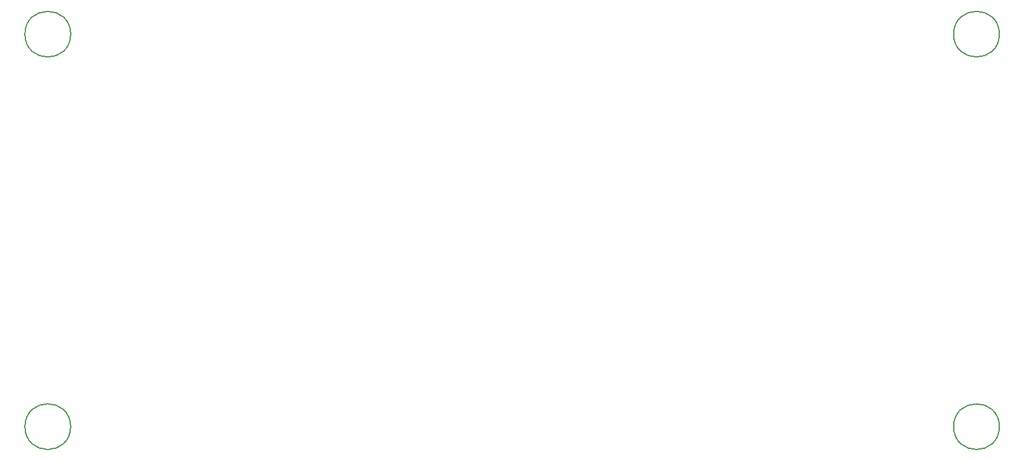
<source format=gbr>
%TF.GenerationSoftware,KiCad,Pcbnew,7.0.10*%
%TF.CreationDate,2024-01-24T20:37:13+01:00*%
%TF.ProjectId,ThePreamp-Analogue,54686550-7265-4616-9d70-2d416e616c6f,rev?*%
%TF.SameCoordinates,Original*%
%TF.FileFunction,Other,Comment*%
%FSLAX46Y46*%
G04 Gerber Fmt 4.6, Leading zero omitted, Abs format (unit mm)*
G04 Created by KiCad (PCBNEW 7.0.10) date 2024-01-24 20:37:13*
%MOMM*%
%LPD*%
G01*
G04 APERTURE LIST*
%ADD10C,0.150000*%
G04 APERTURE END LIST*
D10*
%TO.C,REF\u002A\u002A*%
X68200000Y60000000D02*
G75*
G03*
X61800000Y60000000I-3200000J0D01*
G01*
X61800000Y60000000D02*
G75*
G03*
X68200000Y60000000I3200000J0D01*
G01*
X198200000Y60000000D02*
G75*
G03*
X191800000Y60000000I-3200000J0D01*
G01*
X191800000Y60000000D02*
G75*
G03*
X198200000Y60000000I3200000J0D01*
G01*
X198200000Y5000000D02*
G75*
G03*
X191800000Y5000000I-3200000J0D01*
G01*
X191800000Y5000000D02*
G75*
G03*
X198200000Y5000000I3200000J0D01*
G01*
X68200000Y5000000D02*
G75*
G03*
X61800000Y5000000I-3200000J0D01*
G01*
X61800000Y5000000D02*
G75*
G03*
X68200000Y5000000I3200000J0D01*
G01*
%TD*%
M02*

</source>
